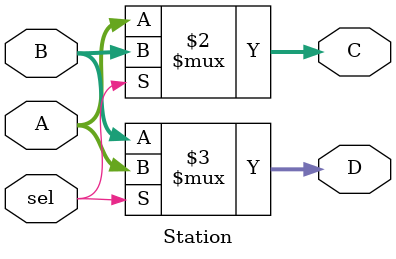
<source format=v>
module Station(sel, A, B, C,D);

input [7:0] A,B;
output [7:0] C,D;
input sel;
reg [7:0] C,D;

always @(sel,A,B) begin

C <=(sel)? B : A;
D <=(sel)? A : B;

end

endmodule
</source>
